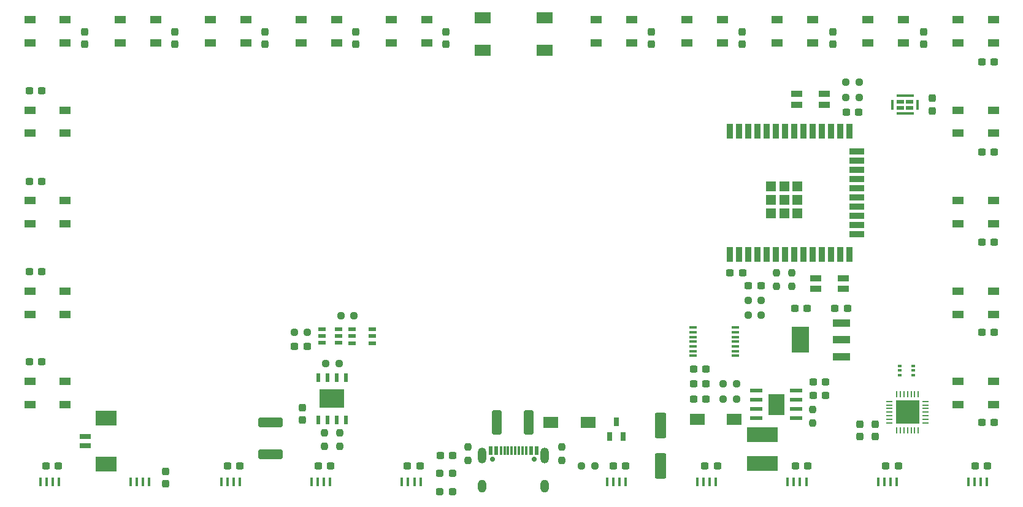
<source format=gbr>
%TF.GenerationSoftware,KiCad,Pcbnew,(6.0.4-0)*%
%TF.CreationDate,2022-05-07T01:43:22+02:00*%
%TF.ProjectId,LaptopLEDsign,4c617074-6f70-44c4-9544-7369676e2e6b,rev?*%
%TF.SameCoordinates,Original*%
%TF.FileFunction,Soldermask,Top*%
%TF.FilePolarity,Negative*%
%FSLAX46Y46*%
G04 Gerber Fmt 4.6, Leading zero omitted, Abs format (unit mm)*
G04 Created by KiCad (PCBNEW (6.0.4-0)) date 2022-05-07 01:43:22*
%MOMM*%
%LPD*%
G01*
G04 APERTURE LIST*
G04 Aperture macros list*
%AMRoundRect*
0 Rectangle with rounded corners*
0 $1 Rounding radius*
0 $2 $3 $4 $5 $6 $7 $8 $9 X,Y pos of 4 corners*
0 Add a 4 corners polygon primitive as box body*
4,1,4,$2,$3,$4,$5,$6,$7,$8,$9,$2,$3,0*
0 Add four circle primitives for the rounded corners*
1,1,$1+$1,$2,$3*
1,1,$1+$1,$4,$5*
1,1,$1+$1,$6,$7*
1,1,$1+$1,$8,$9*
0 Add four rect primitives between the rounded corners*
20,1,$1+$1,$2,$3,$4,$5,0*
20,1,$1+$1,$4,$5,$6,$7,0*
20,1,$1+$1,$6,$7,$8,$9,0*
20,1,$1+$1,$8,$9,$2,$3,0*%
G04 Aperture macros list end*
%ADD10RoundRect,0.237500X-0.237500X0.300000X-0.237500X-0.300000X0.237500X-0.300000X0.237500X0.300000X0*%
%ADD11R,0.419990X1.300000*%
%ADD12R,0.900000X2.000000*%
%ADD13R,2.000000X0.900000*%
%ADD14R,1.330000X1.330000*%
%ADD15RoundRect,0.237500X0.250000X0.237500X-0.250000X0.237500X-0.250000X-0.237500X0.250000X-0.237500X0*%
%ADD16R,1.500000X1.000000*%
%ADD17RoundRect,0.237500X-0.300000X-0.237500X0.300000X-0.237500X0.300000X0.237500X-0.300000X0.237500X0*%
%ADD18RoundRect,0.250000X-1.450000X0.400000X-1.450000X-0.400000X1.450000X-0.400000X1.450000X0.400000X0*%
%ADD19RoundRect,0.250000X-0.400000X-1.450000X0.400000X-1.450000X0.400000X1.450000X-0.400000X1.450000X0*%
%ADD20RoundRect,0.237500X-0.237500X0.250000X-0.237500X-0.250000X0.237500X-0.250000X0.237500X0.250000X0*%
%ADD21RoundRect,0.237500X0.300000X0.237500X-0.300000X0.237500X-0.300000X-0.237500X0.300000X-0.237500X0*%
%ADD22R,0.900000X0.280010*%
%ADD23R,0.280010X0.900000*%
%ADD24R,3.300000X3.300000*%
%ADD25RoundRect,0.250000X-0.550000X1.500000X-0.550000X-1.500000X0.550000X-1.500000X0.550000X1.500000X0*%
%ADD26R,0.600000X1.200000*%
%ADD27R,3.499873X2.500000*%
%ADD28R,0.990602X0.304801*%
%ADD29RoundRect,0.237500X0.237500X-0.250000X0.237500X0.250000X-0.237500X0.250000X-0.237500X-0.250000X0*%
%ADD30R,2.470003X0.980010*%
%ADD31R,2.470003X3.600000*%
%ADD32RoundRect,0.237500X-0.250000X-0.237500X0.250000X-0.237500X0.250000X0.237500X-0.250000X0.237500X0*%
%ADD33R,1.500000X0.900000*%
%ADD34RoundRect,0.237500X0.237500X-0.300000X0.237500X0.300000X-0.237500X0.300000X-0.237500X-0.300000X0*%
%ADD35R,0.600000X0.419990*%
%ADD36R,2.046380X1.620015*%
%ADD37C,0.700025*%
%ADD38R,0.600000X1.300000*%
%ADD39R,0.300000X1.300000*%
%ADD40O,1.200000X2.200000*%
%ADD41O,1.200000X1.800000*%
%ADD42R,2.200000X1.500000*%
%ADD43RoundRect,0.237500X-0.287500X-0.237500X0.287500X-0.237500X0.287500X0.237500X-0.287500X0.237500X0*%
%ADD44R,1.072009X0.532004*%
%ADD45R,1.800000X0.600000*%
%ADD46R,2.184000X2.971000*%
%ADD47R,0.700000X1.250013*%
%ADD48R,1.000000X0.550013*%
%ADD49R,1.050013X0.550013*%
%ADD50R,0.450013X1.400000*%
%ADD51R,2.400000X0.450013*%
%ADD52R,4.220015X2.124003*%
%ADD53R,3.000000X2.100000*%
%ADD54R,1.600000X0.800000*%
G04 APERTURE END LIST*
D10*
%TO.C,C31*%
X170130000Y-65587500D03*
X170130000Y-67312500D03*
%TD*%
D11*
%TO.C,D3*%
X164035842Y-127758498D03*
X164885728Y-127758498D03*
X165735868Y-127758498D03*
X166585754Y-127758498D03*
%TD*%
D12*
%TO.C,U4*%
X181004850Y-96302100D03*
X182274850Y-96302100D03*
X183544850Y-96302100D03*
X184814850Y-96302100D03*
X186084850Y-96302100D03*
X187354850Y-96302100D03*
X188624850Y-96302100D03*
X189894850Y-96302100D03*
X191164850Y-96302100D03*
X192434850Y-96302100D03*
X193704850Y-96302100D03*
X194974850Y-96302100D03*
X196244850Y-96302100D03*
X197514850Y-96302100D03*
D13*
X198514850Y-93517100D03*
X198514850Y-92247100D03*
X198514850Y-90977100D03*
X198514850Y-89707100D03*
X198514850Y-88437100D03*
X198514850Y-87167100D03*
X198514850Y-85897100D03*
X198514850Y-84627100D03*
X198514850Y-83357100D03*
X198514850Y-82087100D03*
D12*
X197514850Y-79302100D03*
X196244850Y-79302100D03*
X194974850Y-79302100D03*
X193704850Y-79302100D03*
X192434850Y-79302100D03*
X191164850Y-79302100D03*
X189894850Y-79302100D03*
X188624850Y-79302100D03*
X187354850Y-79302100D03*
X186084850Y-79302100D03*
X184814850Y-79302100D03*
X183544850Y-79302100D03*
X182274850Y-79302100D03*
X181004850Y-79302100D03*
D14*
X190339850Y-90637100D03*
X188504850Y-90637100D03*
X188504850Y-88802100D03*
X188504850Y-86967100D03*
X190339850Y-88802100D03*
X186669850Y-88802100D03*
X186669850Y-90637100D03*
X190339850Y-86967100D03*
X186669850Y-86967100D03*
%TD*%
D15*
%TO.C,R14*%
X127072500Y-111440000D03*
X125247500Y-111440000D03*
%TD*%
D16*
%TO.C,D17*%
X134291100Y-63920000D03*
X134291100Y-67120000D03*
X139191100Y-67120000D03*
X139191100Y-63920000D03*
%TD*%
%TO.C,D12*%
X212505700Y-63920000D03*
X212505700Y-67120000D03*
X217405700Y-67120000D03*
X217405700Y-63920000D03*
%TD*%
D17*
%TO.C,C13*%
X192487500Y-113940000D03*
X194212500Y-113940000D03*
%TD*%
D18*
%TO.C,F2*%
X117630000Y-119525000D03*
X117630000Y-123975000D03*
%TD*%
D16*
%TO.C,D15*%
X175062400Y-63920000D03*
X175062400Y-67120000D03*
X179962400Y-67120000D03*
X179962400Y-63920000D03*
%TD*%
D19*
%TO.C,F1*%
X148825000Y-119530000D03*
X153275000Y-119530000D03*
%TD*%
D16*
%TO.C,D8*%
X212505700Y-113900000D03*
X212505700Y-117100000D03*
X217405700Y-117100000D03*
X217405700Y-113900000D03*
%TD*%
D11*
%TO.C,D27*%
X98302342Y-127758498D03*
X99152228Y-127758498D03*
X100002368Y-127758498D03*
X100852254Y-127758498D03*
%TD*%
D17*
%TO.C,C18*%
X164887500Y-125530000D03*
X166612500Y-125530000D03*
%TD*%
D16*
%TO.C,D18*%
X121810000Y-63920000D03*
X121810000Y-67120000D03*
X126710000Y-67120000D03*
X126710000Y-63920000D03*
%TD*%
D20*
%TO.C,R2*%
X144890000Y-122967500D03*
X144890000Y-124792500D03*
%TD*%
D21*
%TO.C,C7*%
X191710000Y-103800000D03*
X189985000Y-103800000D03*
%TD*%
D16*
%TO.C,D20*%
X96847800Y-63920000D03*
X96847800Y-67120000D03*
X101747800Y-67120000D03*
X101747800Y-63920000D03*
%TD*%
D17*
%TO.C,C37*%
X84320000Y-73770000D03*
X86045000Y-73770000D03*
%TD*%
D16*
%TO.C,D13*%
X200024600Y-63920000D03*
X200024600Y-67120000D03*
X204924600Y-67120000D03*
X204924600Y-63920000D03*
%TD*%
D22*
%TO.C,U7*%
X203030051Y-116628933D03*
X203030051Y-117129314D03*
X203030051Y-117629695D03*
X203030051Y-118130076D03*
X203030051Y-118630457D03*
X203030051Y-119130838D03*
X203030051Y-119631219D03*
D23*
X204028781Y-120630203D03*
X204529162Y-120630203D03*
X205029543Y-120630203D03*
X205529924Y-120630203D03*
X206030305Y-120630203D03*
X206530686Y-120630203D03*
X207031067Y-120630203D03*
D22*
X208030051Y-119631219D03*
X208030051Y-119130838D03*
X208030051Y-118630457D03*
X208030051Y-118130076D03*
X208030051Y-117629695D03*
X208030051Y-117129314D03*
X208030051Y-116628933D03*
D23*
X207031067Y-115630203D03*
X206530686Y-115630203D03*
X206030305Y-115630203D03*
X205529924Y-115630203D03*
X205029543Y-115630203D03*
X204529162Y-115630203D03*
X204028781Y-115630203D03*
D24*
X205529924Y-118130076D03*
%TD*%
D25*
%TO.C,C3*%
X171400000Y-119950000D03*
X171400000Y-125550000D03*
%TD*%
D16*
%TO.C,D10*%
X212505700Y-88910000D03*
X212505700Y-92110000D03*
X217405700Y-92110000D03*
X217405700Y-88910000D03*
%TD*%
D17*
%TO.C,C39*%
X84320000Y-98716666D03*
X86045000Y-98716666D03*
%TD*%
%TO.C,C45*%
X136485000Y-125530000D03*
X138210000Y-125530000D03*
%TD*%
D26*
%TO.C,U10*%
X127995004Y-113361694D03*
X126725001Y-113361694D03*
X125454999Y-113361694D03*
X124184996Y-113361694D03*
X124184996Y-119178306D03*
X125454999Y-119178306D03*
X126725001Y-119178306D03*
X127995004Y-119178306D03*
D27*
X126090000Y-116270000D03*
%TD*%
D28*
%TO.C,U3*%
X181745070Y-110349962D03*
X181745070Y-109699975D03*
X181745070Y-109049987D03*
X181745070Y-108400000D03*
X181745070Y-107750013D03*
X181745070Y-107100025D03*
X181745070Y-106450038D03*
X175894930Y-106450038D03*
X175894930Y-107100025D03*
X175894930Y-107750013D03*
X175894930Y-108400000D03*
X175894930Y-109049987D03*
X175894930Y-109699975D03*
X175894930Y-110349962D03*
%TD*%
D16*
%TO.C,D24*%
X84366700Y-101405000D03*
X84366700Y-104605000D03*
X89266700Y-104605000D03*
X89266700Y-101405000D03*
%TD*%
D10*
%TO.C,C36*%
X91940000Y-65587500D03*
X91940000Y-67312500D03*
%TD*%
D17*
%TO.C,C12*%
X192487500Y-115820000D03*
X194212500Y-115820000D03*
%TD*%
%TO.C,C27*%
X215785000Y-69760000D03*
X217510000Y-69760000D03*
%TD*%
D20*
%TO.C,R11*%
X127150000Y-120987500D03*
X127150000Y-122812500D03*
%TD*%
D29*
%TO.C,R12*%
X192430000Y-119622500D03*
X192430000Y-117797500D03*
%TD*%
D11*
%TO.C,D4*%
X176516942Y-127758498D03*
X177366828Y-127758498D03*
X178216968Y-127758498D03*
X179066854Y-127758498D03*
%TD*%
D17*
%TO.C,C19*%
X177557500Y-125590000D03*
X179282500Y-125590000D03*
%TD*%
D15*
%TO.C,R17*%
X181922500Y-114230000D03*
X180097500Y-114230000D03*
%TD*%
D30*
%TO.C,U18*%
X196414900Y-110439975D03*
X196414900Y-108140000D03*
X196414900Y-105840025D03*
D31*
X190745100Y-108140000D03*
%TD*%
D17*
%TO.C,C43*%
X111637500Y-125530000D03*
X113362500Y-125530000D03*
%TD*%
D16*
%TO.C,D23*%
X84366700Y-88910000D03*
X84366700Y-92110000D03*
X89266700Y-92110000D03*
X89266700Y-88910000D03*
%TD*%
D32*
%TO.C,R16*%
X180097500Y-116310000D03*
X181922500Y-116310000D03*
%TD*%
D16*
%TO.C,D16*%
X162581300Y-63920000D03*
X162581300Y-67120000D03*
X167481300Y-67120000D03*
X167481300Y-63920000D03*
%TD*%
D17*
%TO.C,C38*%
X84320000Y-86243333D03*
X86045000Y-86243333D03*
%TD*%
%TO.C,C40*%
X84320000Y-111190000D03*
X86045000Y-111190000D03*
%TD*%
D11*
%TO.C,D7*%
X213960242Y-127758498D03*
X214810128Y-127758498D03*
X215660268Y-127758498D03*
X216510154Y-127758498D03*
%TD*%
D33*
%TO.C,SW1*%
X196679924Y-99599936D03*
X192880076Y-99599936D03*
X196679924Y-101100064D03*
X192880076Y-101100064D03*
%TD*%
D20*
%TO.C,R8*%
X189550000Y-98907500D03*
X189550000Y-100732500D03*
%TD*%
D16*
%TO.C,D9*%
X212505700Y-101405000D03*
X212505700Y-104605000D03*
X217405700Y-104605000D03*
X217405700Y-101405000D03*
%TD*%
D17*
%TO.C,C24*%
X215785000Y-107102500D03*
X217510000Y-107102500D03*
%TD*%
%TO.C,C17*%
X176007500Y-114230000D03*
X177732500Y-114230000D03*
%TD*%
%TO.C,C16*%
X176007500Y-116310000D03*
X177732500Y-116310000D03*
%TD*%
D10*
%TO.C,C32*%
X141800000Y-65587500D03*
X141800000Y-67312500D03*
%TD*%
D34*
%TO.C,C14*%
X121990000Y-119202500D03*
X121990000Y-117477500D03*
%TD*%
D16*
%TO.C,D19*%
X109328900Y-63920000D03*
X109328900Y-67120000D03*
X114228900Y-67120000D03*
X114228900Y-63920000D03*
%TD*%
D10*
%TO.C,C34*%
X116870000Y-65587500D03*
X116870000Y-67312500D03*
%TD*%
D29*
%TO.C,R9*%
X187450000Y-100732500D03*
X187450000Y-98907500D03*
%TD*%
D17*
%TO.C,C20*%
X190030000Y-125530000D03*
X191755000Y-125530000D03*
%TD*%
D11*
%TO.C,D28*%
X110783442Y-127758498D03*
X111633328Y-127758498D03*
X112483468Y-127758498D03*
X113333354Y-127758498D03*
%TD*%
D35*
%TO.C,U8*%
X204450897Y-111720013D03*
X204450897Y-112370000D03*
X204450897Y-113019987D03*
X206350821Y-113019987D03*
X206350821Y-112370000D03*
X206350821Y-111720013D03*
%TD*%
D36*
%TO.C,U6*%
X176504569Y-119119976D03*
X181635380Y-119119976D03*
%TD*%
D37*
%TO.C,USB1*%
X154037218Y-124642535D03*
X148257182Y-124642535D03*
D38*
X147947302Y-123399964D03*
X148747149Y-123399964D03*
D39*
X149897264Y-123399964D03*
X150897264Y-123399964D03*
X151397136Y-123399964D03*
X152397136Y-123399964D03*
D38*
X154347098Y-123399964D03*
X153547251Y-123399964D03*
D39*
X152897264Y-123399964D03*
X151897264Y-123399964D03*
X150397136Y-123399964D03*
X149397136Y-123399964D03*
D40*
X155467241Y-124142408D03*
X146827159Y-124142408D03*
D41*
X155467241Y-128322494D03*
X146827159Y-128322494D03*
%TD*%
D11*
%TO.C,D6*%
X201479142Y-127758498D03*
X202329028Y-127758498D03*
X203179168Y-127758498D03*
X204029054Y-127758498D03*
%TD*%
D21*
%TO.C,C15*%
X122652500Y-109000000D03*
X120927500Y-109000000D03*
%TD*%
D42*
%TO.C,SW3*%
X146847200Y-63621987D03*
X155447200Y-63621987D03*
X146847200Y-68122114D03*
X155447200Y-68122114D03*
%TD*%
D43*
%TO.C,D1*%
X140997500Y-126600000D03*
X142747500Y-126600000D03*
%TD*%
D17*
%TO.C,C41*%
X86577500Y-125530000D03*
X88302500Y-125530000D03*
%TD*%
D32*
%TO.C,R1*%
X160527500Y-125530000D03*
X162352500Y-125530000D03*
%TD*%
D20*
%TO.C,R3*%
X157780000Y-122967500D03*
X157780000Y-124792500D03*
%TD*%
D17*
%TO.C,C25*%
X215785000Y-94655000D03*
X217510000Y-94655000D03*
%TD*%
D10*
%TO.C,C30*%
X182683333Y-65587500D03*
X182683333Y-67312500D03*
%TD*%
D16*
%TO.C,D25*%
X84366700Y-113900000D03*
X84366700Y-117100000D03*
X89266700Y-117100000D03*
X89266700Y-113900000D03*
%TD*%
%TO.C,D22*%
X84366700Y-76415000D03*
X84366700Y-79615000D03*
X89266700Y-79615000D03*
X89266700Y-76415000D03*
%TD*%
D11*
%TO.C,D5*%
X188998042Y-127758498D03*
X189847928Y-127758498D03*
X190698068Y-127758498D03*
X191547954Y-127758498D03*
%TD*%
D36*
%TO.C,U2*%
X161435431Y-119570025D03*
X156304620Y-119570025D03*
%TD*%
D16*
%TO.C,D11*%
X212505700Y-76415000D03*
X212505700Y-79615000D03*
X217405700Y-79615000D03*
X217405700Y-76415000D03*
%TD*%
D10*
%TO.C,C29*%
X195236666Y-65587500D03*
X195236666Y-67312500D03*
%TD*%
D44*
%TO.C,U11*%
X126999098Y-108559962D03*
X126999098Y-107610000D03*
X126999098Y-106660038D03*
X124700902Y-106660038D03*
X124700902Y-107610000D03*
X124700902Y-108559962D03*
%TD*%
D45*
%TO.C,U5*%
X190186563Y-118969154D03*
X190186563Y-117699151D03*
X190186563Y-116429149D03*
X190186563Y-115159146D03*
X184641731Y-115159146D03*
X184641731Y-116429149D03*
X184641731Y-117699151D03*
X184641731Y-118969154D03*
D46*
X187414147Y-117064150D03*
%TD*%
D43*
%TO.C,D2*%
X140997500Y-129080000D03*
X142747500Y-129080000D03*
%TD*%
D17*
%TO.C,C11*%
X141010000Y-124140000D03*
X142735000Y-124140000D03*
%TD*%
D15*
%TO.C,R6*%
X185332500Y-102720000D03*
X183507500Y-102720000D03*
%TD*%
D10*
%TO.C,C28*%
X207790000Y-65587500D03*
X207790000Y-67312500D03*
%TD*%
D17*
%TO.C,C44*%
X124167500Y-125530000D03*
X125892500Y-125530000D03*
%TD*%
D34*
%TO.C,C4*%
X198950000Y-121512500D03*
X198950000Y-119787500D03*
%TD*%
D47*
%TO.C,U1*%
X164410038Y-121472467D03*
X166309962Y-121472467D03*
X165360000Y-119472467D03*
%TD*%
D17*
%TO.C,C2*%
X176007500Y-112132500D03*
X177732500Y-112132500D03*
%TD*%
D10*
%TO.C,C33*%
X129335000Y-65587500D03*
X129335000Y-67312500D03*
%TD*%
D48*
%TO.C,U9*%
X131640051Y-108579860D03*
X131640051Y-107629898D03*
X131640051Y-106679936D03*
X128839949Y-106679936D03*
X128839949Y-107629898D03*
X128839949Y-108579860D03*
%TD*%
D49*
%TO.C,U20*%
X205855083Y-75245545D03*
X204504816Y-75245545D03*
X204504816Y-76095431D03*
X205855083Y-76095431D03*
D50*
X206904867Y-75670488D03*
D51*
X205179949Y-74445443D03*
D50*
X203455032Y-75670488D03*
D51*
X205179949Y-76895532D03*
%TD*%
D21*
%TO.C,C8*%
X185282500Y-100700000D03*
X183557500Y-100700000D03*
%TD*%
D10*
%TO.C,C35*%
X104405000Y-65587500D03*
X104405000Y-67312500D03*
%TD*%
D11*
%TO.C,D26*%
X85821242Y-127758498D03*
X86671128Y-127758498D03*
X87521268Y-127758498D03*
X88371154Y-127758498D03*
%TD*%
D16*
%TO.C,D14*%
X187543500Y-63920000D03*
X187543500Y-67120000D03*
X192443500Y-67120000D03*
X192443500Y-63920000D03*
%TD*%
%TO.C,D21*%
X84366700Y-63920000D03*
X84366700Y-67120000D03*
X89266700Y-67120000D03*
X89266700Y-63920000D03*
%TD*%
D20*
%TO.C,R10*%
X125080000Y-120987500D03*
X125080000Y-122812500D03*
%TD*%
D10*
%TO.C,C6*%
X201050000Y-119787500D03*
X201050000Y-121512500D03*
%TD*%
D17*
%TO.C,C1*%
X181047500Y-98890000D03*
X182772500Y-98890000D03*
%TD*%
D11*
%TO.C,D29*%
X123264542Y-127758498D03*
X124114428Y-127758498D03*
X124964568Y-127758498D03*
X125814454Y-127758498D03*
%TD*%
D15*
%TO.C,R13*%
X129142500Y-104840000D03*
X127317500Y-104840000D03*
%TD*%
D17*
%TO.C,C21*%
X202537500Y-125530000D03*
X204262500Y-125530000D03*
%TD*%
D11*
%TO.C,D30*%
X135745642Y-127758498D03*
X136595528Y-127758498D03*
X137445668Y-127758498D03*
X138295554Y-127758498D03*
%TD*%
D17*
%TO.C,C23*%
X215785000Y-119550000D03*
X217510000Y-119550000D03*
%TD*%
D15*
%TO.C,R15*%
X122702500Y-107130000D03*
X120877500Y-107130000D03*
%TD*%
D32*
%TO.C,R7*%
X197017500Y-74650000D03*
X198842500Y-74650000D03*
%TD*%
D34*
%TO.C,C10*%
X208930000Y-76512500D03*
X208930000Y-74787500D03*
%TD*%
D15*
%TO.C,R5*%
X198842500Y-72560000D03*
X197017500Y-72560000D03*
%TD*%
D17*
%TO.C,C9*%
X197067500Y-76690000D03*
X198792500Y-76690000D03*
%TD*%
D52*
%TO.C,L1*%
X185490000Y-125230000D03*
X185490000Y-121230000D03*
%TD*%
D15*
%TO.C,R4*%
X185332500Y-104740000D03*
X183507500Y-104740000D03*
%TD*%
D17*
%TO.C,C5*%
X195515000Y-103800000D03*
X197240000Y-103800000D03*
%TD*%
%TO.C,C22*%
X214870000Y-125530000D03*
X216595000Y-125530000D03*
%TD*%
D53*
%TO.C,U26*%
X94919924Y-125275006D03*
X94919924Y-118924994D03*
D54*
X92020000Y-122725095D03*
X92020000Y-121474905D03*
%TD*%
D33*
%TO.C,SW2*%
X190220076Y-75680064D03*
X194019924Y-75680064D03*
X190220076Y-74179936D03*
X194019924Y-74179936D03*
%TD*%
D10*
%TO.C,C42*%
X103110000Y-126297500D03*
X103110000Y-128022500D03*
%TD*%
D17*
%TO.C,C26*%
X215785000Y-82207500D03*
X217510000Y-82207500D03*
%TD*%
M02*

</source>
